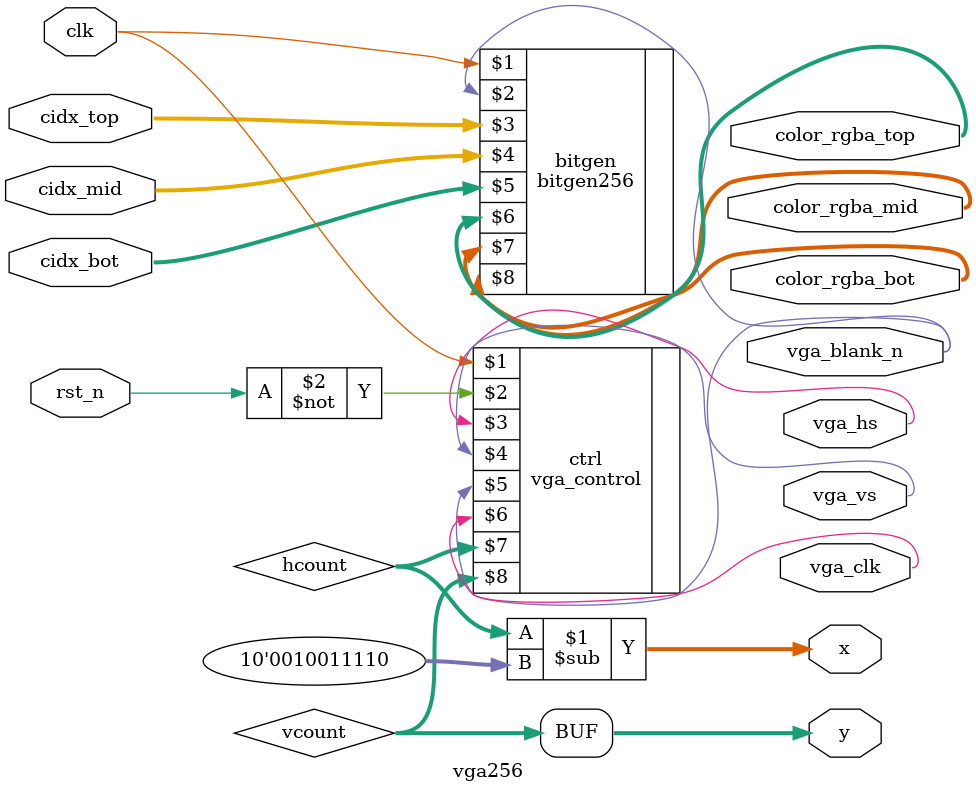
<source format=v>
module vga256 (
    input clk, rst_n,
    input [7:0] cidx_top, cidx_mid, cidx_bot,
    output vga_clk, vga_blank_n, vga_vs, vga_hs,
    output  [9:0] x, y,
    output [31:0] color_rgba_top, color_rgba_mid, color_rgba_bot
);

wire [9:0] hcount, vcount;

// recall x_start = 158 = H_BACK_PORCH + H_SYNC + H_FRONT_PORCH
//        x_end   = 745 = H_TOTAL - H_BACK_PORCH
//        y_start = 0
//        y_end   = 480 = V_DISPLAY_INT
assign x = hcount - 10'd158;
assign y = vcount; 

vga_control #(10,10) ctrl (
    clk, ~rst_n,
    vga_hs, vga_vs,
    vga_blank_n, vga_clk,
    hcount,
    vcount
);

bitgen256 bitgen (
    clk,
    vga_blank_n,
    cidx_top, cidx_mid, cidx_bot,
    color_rgba_top, color_rgba_mid, color_rgba_bot
);

endmodule

</source>
